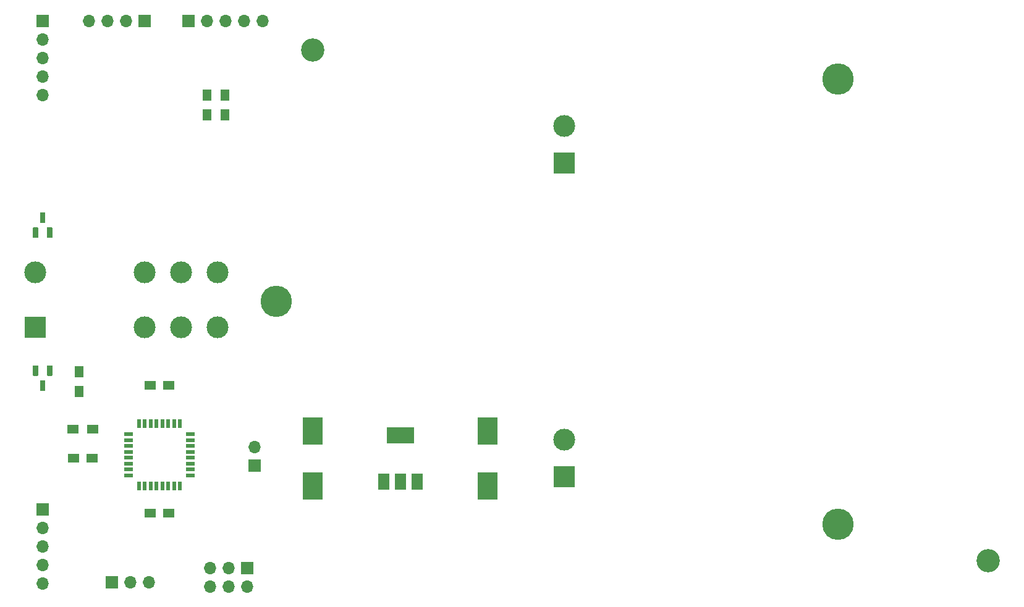
<source format=gts>
G04 #@! TF.GenerationSoftware,KiCad,Pcbnew,(5.1.8)-1*
G04 #@! TF.CreationDate,2021-05-16T02:31:53+02:00*
G04 #@! TF.ProjectId,gtimer,6774696d-6572-42e6-9b69-6361645f7063,rev?*
G04 #@! TF.SameCoordinates,Original*
G04 #@! TF.FileFunction,Soldermask,Top*
G04 #@! TF.FilePolarity,Negative*
%FSLAX46Y46*%
G04 Gerber Fmt 4.6, Leading zero omitted, Abs format (unit mm)*
G04 Created by KiCad (PCBNEW (5.1.8)-1) date 2021-05-16 02:31:53*
%MOMM*%
%LPD*%
G01*
G04 APERTURE LIST*
%ADD10R,1.700000X1.700000*%
%ADD11O,1.700000X1.700000*%
%ADD12C,3.200000*%
%ADD13C,4.300000*%
%ADD14R,3.000000X3.000000*%
%ADD15C,3.000000*%
%ADD16R,3.800000X2.200000*%
%ADD17R,1.500000X2.200000*%
%ADD18R,0.600000X1.200000*%
%ADD19R,1.200000X0.600000*%
%ADD20R,1.300000X1.500000*%
%ADD21R,1.500000X1.300000*%
%ADD22R,2.700000X3.750000*%
%ADD23R,1.500000X1.250000*%
G04 APERTURE END LIST*
D10*
X26000000Y-91000000D03*
D11*
X26000000Y-93540000D03*
X26000000Y-96080000D03*
X26000000Y-98620000D03*
X26000000Y-101160000D03*
D10*
X26000000Y-24000000D03*
D11*
X26000000Y-26540000D03*
X26000000Y-29080000D03*
X26000000Y-31620000D03*
X26000000Y-34160000D03*
G36*
G01*
X25350000Y-53770000D02*
X24750000Y-53770000D01*
G75*
G02*
X24680000Y-53700000I0J70000D01*
G01*
X24680000Y-52400000D01*
G75*
G02*
X24750000Y-52330000I70000J0D01*
G01*
X25350000Y-52330000D01*
G75*
G02*
X25420000Y-52400000I0J-70000D01*
G01*
X25420000Y-53700000D01*
G75*
G02*
X25350000Y-53770000I-70000J0D01*
G01*
G37*
G36*
G01*
X27250000Y-53770000D02*
X26650000Y-53770000D01*
G75*
G02*
X26580000Y-53700000I0J70000D01*
G01*
X26580000Y-52400000D01*
G75*
G02*
X26650000Y-52330000I70000J0D01*
G01*
X27250000Y-52330000D01*
G75*
G02*
X27320000Y-52400000I0J-70000D01*
G01*
X27320000Y-53700000D01*
G75*
G02*
X27250000Y-53770000I-70000J0D01*
G01*
G37*
G36*
G01*
X26300000Y-51670000D02*
X25700000Y-51670000D01*
G75*
G02*
X25630000Y-51600000I0J70000D01*
G01*
X25630000Y-50300000D01*
G75*
G02*
X25700000Y-50230000I70000J0D01*
G01*
X26300000Y-50230000D01*
G75*
G02*
X26370000Y-50300000I0J-70000D01*
G01*
X26370000Y-51600000D01*
G75*
G02*
X26300000Y-51670000I-70000J0D01*
G01*
G37*
D12*
X63000000Y-28000000D03*
X155500000Y-98000000D03*
D13*
X135000000Y-93000000D03*
X135000000Y-32000000D03*
X58000000Y-62500000D03*
D10*
X46000000Y-24000000D03*
D11*
X48540000Y-24000000D03*
X51080000Y-24000000D03*
X53620000Y-24000000D03*
X56160000Y-24000000D03*
D14*
X97500000Y-43500000D03*
D15*
X97500000Y-38420000D03*
D14*
X97500000Y-86500000D03*
D15*
X97500000Y-81420000D03*
D16*
X75000000Y-80850000D03*
D17*
X72700000Y-87150000D03*
X75000000Y-87150000D03*
X77300000Y-87150000D03*
D18*
X39200000Y-87750000D03*
X40000000Y-87750000D03*
X40800000Y-87750000D03*
X41600000Y-87750000D03*
X42400000Y-87750000D03*
X43200000Y-87750000D03*
X44000000Y-87750000D03*
X44800000Y-87750000D03*
D19*
X46250000Y-86300000D03*
X46250000Y-85500000D03*
X46250000Y-84700000D03*
X46250000Y-83900000D03*
X46250000Y-83100000D03*
X46250000Y-82300000D03*
X46250000Y-81500000D03*
X46250000Y-80700000D03*
D18*
X44800000Y-79250000D03*
X44000000Y-79250000D03*
X43200000Y-79250000D03*
X42400000Y-79250000D03*
X41600000Y-79250000D03*
X40800000Y-79250000D03*
X40000000Y-79250000D03*
X39200000Y-79250000D03*
D19*
X37750000Y-80700000D03*
X37750000Y-81500000D03*
X37750000Y-82300000D03*
X37750000Y-83100000D03*
X37750000Y-83900000D03*
X37750000Y-84700000D03*
X37750000Y-85500000D03*
X37750000Y-86300000D03*
D14*
X25000000Y-66000000D03*
D15*
X25000000Y-58500000D03*
X45000000Y-66000000D03*
X50000000Y-66000000D03*
X40000000Y-66000000D03*
X45000000Y-58500000D03*
X50000000Y-58500000D03*
X40000000Y-58500000D03*
D20*
X48500000Y-36850000D03*
X48500000Y-34150000D03*
X51000000Y-36850000D03*
X51000000Y-34150000D03*
X31000000Y-74850000D03*
X31000000Y-72150000D03*
D21*
X30150000Y-80000000D03*
X32850000Y-80000000D03*
G36*
G01*
X26650000Y-71230000D02*
X27250000Y-71230000D01*
G75*
G02*
X27320000Y-71300000I0J-70000D01*
G01*
X27320000Y-72600000D01*
G75*
G02*
X27250000Y-72670000I-70000J0D01*
G01*
X26650000Y-72670000D01*
G75*
G02*
X26580000Y-72600000I0J70000D01*
G01*
X26580000Y-71300000D01*
G75*
G02*
X26650000Y-71230000I70000J0D01*
G01*
G37*
G36*
G01*
X24750000Y-71230000D02*
X25350000Y-71230000D01*
G75*
G02*
X25420000Y-71300000I0J-70000D01*
G01*
X25420000Y-72600000D01*
G75*
G02*
X25350000Y-72670000I-70000J0D01*
G01*
X24750000Y-72670000D01*
G75*
G02*
X24680000Y-72600000I0J70000D01*
G01*
X24680000Y-71300000D01*
G75*
G02*
X24750000Y-71230000I70000J0D01*
G01*
G37*
G36*
G01*
X25700000Y-73330000D02*
X26300000Y-73330000D01*
G75*
G02*
X26370000Y-73400000I0J-70000D01*
G01*
X26370000Y-74700000D01*
G75*
G02*
X26300000Y-74770000I-70000J0D01*
G01*
X25700000Y-74770000D01*
G75*
G02*
X25630000Y-74700000I0J70000D01*
G01*
X25630000Y-73400000D01*
G75*
G02*
X25700000Y-73330000I70000J0D01*
G01*
G37*
D10*
X55000000Y-85000000D03*
D11*
X55000000Y-82460000D03*
D10*
X54000000Y-99000000D03*
D11*
X54000000Y-101540000D03*
X51460000Y-99000000D03*
X51460000Y-101540000D03*
X48920000Y-99000000D03*
X48920000Y-101540000D03*
D10*
X35500000Y-101000000D03*
D11*
X38040000Y-101000000D03*
X40580000Y-101000000D03*
D10*
X40000000Y-24000000D03*
D11*
X37460000Y-24000000D03*
X34920000Y-24000000D03*
X32380000Y-24000000D03*
D22*
X63000000Y-87775000D03*
X63000000Y-80225000D03*
D23*
X32750000Y-84000000D03*
X30250000Y-84000000D03*
D22*
X87000000Y-87775000D03*
X87000000Y-80225000D03*
D23*
X40750000Y-91500000D03*
X43250000Y-91500000D03*
X40750000Y-74000000D03*
X43250000Y-74000000D03*
M02*

</source>
